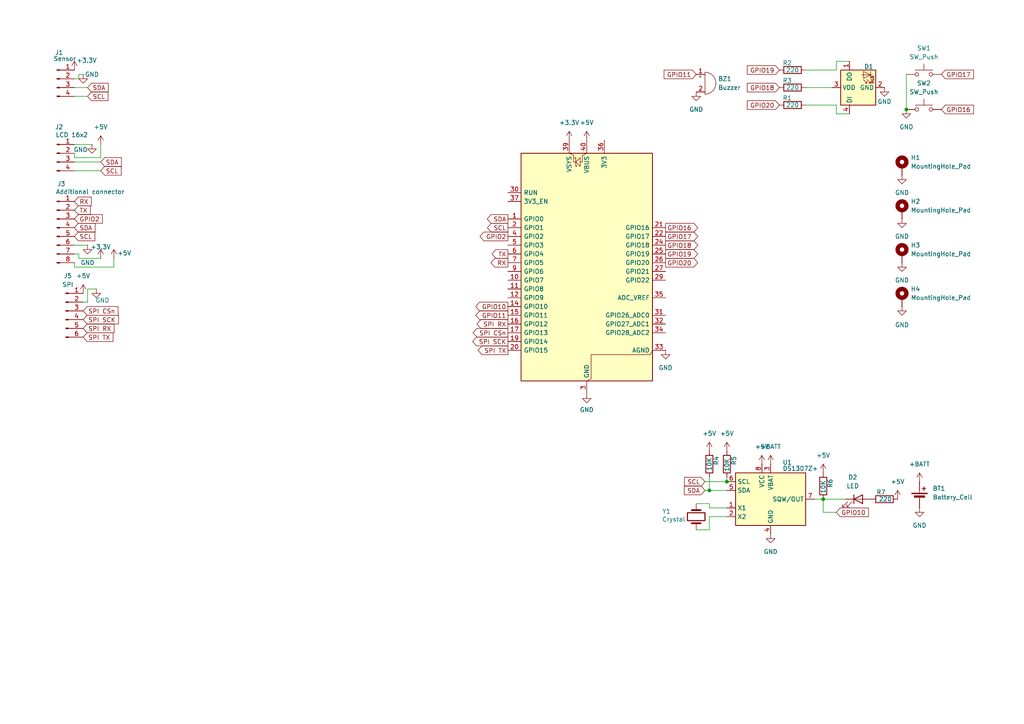
<source format=kicad_sch>
(kicad_sch (version 20250114) (generator "eeschema") (generator_version "9.0")
  (paper "A4")
  (lib_symbols
    (symbol "Connector:Conn_01x04_Pin" (pin_names (offset 1.016) (hide yes))
      (property "Reference" "J" (at 0 5.08 0))
      (property "Value" "Conn_01x04_Pin" (at 0 -7.62 0))
      (symbol "Conn_01x04_Pin_1_1"
        (rectangle (start 0.8636 2.667) (end 0 2.413) (stroke (width 0.1524)) (fill (type outline)))
        (rectangle (start 0.8636 0.127) (end 0 -0.127) (stroke (width 0.1524)) (fill (type outline)))
        (rectangle (start 0.8636 -2.413) (end 0 -2.667) (stroke (width 0.1524)) (fill (type outline)))
        (rectangle (start 0.8636 -4.953) (end 0 -5.207) (stroke (width 0.1524)) (fill (type outline)))
        (polyline (pts (xy 1.27 2.54) (xy 0.8636 2.54)) (stroke (width 0.1524)))
        (polyline (pts (xy 1.27 0) (xy 0.8636 0)) (stroke (width 0.1524)))
        (polyline (pts (xy 1.27 -2.54) (xy 0.8636 -2.54)) (stroke (width 0.1524)))
        (polyline (pts (xy 1.27 -5.08) (xy 0.8636 -5.08)) (stroke (width 0.1524)))
        (pin passive line (at 5.08 2.54 180) (length 3.81) (name "Pin_1") (number "1"))
        (pin passive line (at 5.08 0 180) (length 3.81) (name "Pin_2") (number "2"))
        (pin passive line (at 5.08 -2.54 180) (length 3.81) (name "Pin_3") (number "3"))
        (pin passive line (at 5.08 -5.08 180) (length 3.81) (name "Pin_4") (number "4"))
      )
    )
    (symbol "Connector:Conn_01x06_Pin" (pin_names (offset 1.016) (hide yes))
      (property "Reference" "J" (at 0 7.62 0))
      (property "Value" "Conn_01x06_Pin" (at 0 -10.16 0))
      (symbol "Conn_01x06_Pin_1_1"
        (rectangle (start 0.8636 5.207) (end 0 4.953) (stroke (width 0.1524)) (fill (type outline)))
        (rectangle (start 0.8636 2.667) (end 0 2.413) (stroke (width 0.1524)) (fill (type outline)))
        (rectangle (start 0.8636 0.127) (end 0 -0.127) (stroke (width 0.1524)) (fill (type outline)))
        (rectangle (start 0.8636 -2.413) (end 0 -2.667) (stroke (width 0.1524)) (fill (type outline)))
        (rectangle (start 0.8636 -4.953) (end 0 -5.207) (stroke (width 0.1524)) (fill (type outline)))
        (rectangle (start 0.8636 -7.493) (end 0 -7.747) (stroke (width 0.1524)) (fill (type outline)))
        (polyline (pts (xy 1.27 5.08) (xy 0.8636 5.08)) (stroke (width 0.1524)))
        (polyline (pts (xy 1.27 2.54) (xy 0.8636 2.54)) (stroke (width 0.1524)))
        (polyline (pts (xy 1.27 0) (xy 0.8636 0)) (stroke (width 0.1524)))
        (polyline (pts (xy 1.27 -2.54) (xy 0.8636 -2.54)) (stroke (width 0.1524)))
        (polyline (pts (xy 1.27 -5.08) (xy 0.8636 -5.08)) (stroke (width 0.1524)))
        (polyline (pts (xy 1.27 -7.62) (xy 0.8636 -7.62)) (stroke (width 0.1524)))
        (pin passive line (at 5.08 5.08 180) (length 3.81) (name "Pin_1") (number "1"))
        (pin passive line (at 5.08 2.54 180) (length 3.81) (name "Pin_2") (number "2"))
        (pin passive line (at 5.08 0 180) (length 3.81) (name "Pin_3") (number "3"))
        (pin passive line (at 5.08 -2.54 180) (length 3.81) (name "Pin_4") (number "4"))
        (pin passive line (at 5.08 -5.08 180) (length 3.81) (name "Pin_5") (number "5"))
        (pin passive line (at 5.08 -7.62 180) (length 3.81) (name "Pin_6") (number "6"))
      )
    )
    (symbol "Connector:Conn_01x08_Pin" (pin_names (offset 1.016) (hide yes))
      (property "Reference" "J" (at 0 10.16 0))
      (property "Value" "Conn_01x08_Pin" (at 0 -12.7 0))
      (symbol "Conn_01x08_Pin_1_1"
        (rectangle (start 0.8636 7.747) (end 0 7.493) (stroke (width 0.1524)) (fill (type outline)))
        (rectangle (start 0.8636 5.207) (end 0 4.953) (stroke (width 0.1524)) (fill (type outline)))
        (rectangle (start 0.8636 2.667) (end 0 2.413) (stroke (width 0.1524)) (fill (type outline)))
        (rectangle (start 0.8636 0.127) (end 0 -0.127) (stroke (width 0.1524)) (fill (type outline)))
        (rectangle (start 0.8636 -2.413) (end 0 -2.667) (stroke (width 0.1524)) (fill (type outline)))
        (rectangle (start 0.8636 -4.953) (end 0 -5.207) (stroke (width 0.1524)) (fill (type outline)))
        (rectangle (start 0.8636 -7.493) (end 0 -7.747) (stroke (width 0.1524)) (fill (type outline)))
        (rectangle (start 0.8636 -10.033) (end 0 -10.287) (stroke (width 0.1524)) (fill (type outline)))
        (polyline (pts (xy 1.27 7.62) (xy 0.8636 7.62)) (stroke (width 0.1524)))
        (polyline (pts (xy 1.27 5.08) (xy 0.8636 5.08)) (stroke (width 0.1524)))
        (polyline (pts (xy 1.27 2.54) (xy 0.8636 2.54)) (stroke (width 0.1524)))
        (polyline (pts (xy 1.27 0) (xy 0.8636 0)) (stroke (width 0.1524)))
        (polyline (pts (xy 1.27 -2.54) (xy 0.8636 -2.54)) (stroke (width 0.1524)))
        (polyline (pts (xy 1.27 -5.08) (xy 0.8636 -5.08)) (stroke (width 0.1524)))
        (polyline (pts (xy 1.27 -7.62) (xy 0.8636 -7.62)) (stroke (width 0.1524)))
        (polyline (pts (xy 1.27 -10.16) (xy 0.8636 -10.16)) (stroke (width 0.1524)))
        (pin passive line (at 5.08 7.62 180) (length 3.81) (name "Pin_1") (number "1"))
        (pin passive line (at 5.08 5.08 180) (length 3.81) (name "Pin_2") (number "2"))
        (pin passive line (at 5.08 2.54 180) (length 3.81) (name "Pin_3") (number "3"))
        (pin passive line (at 5.08 0 180) (length 3.81) (name "Pin_4") (number "4"))
        (pin passive line (at 5.08 -2.54 180) (length 3.81) (name "Pin_5") (number "5"))
        (pin passive line (at 5.08 -5.08 180) (length 3.81) (name "Pin_6") (number "6"))
        (pin passive line (at 5.08 -7.62 180) (length 3.81) (name "Pin_7") (number "7"))
        (pin passive line (at 5.08 -10.16 180) (length 3.81) (name "Pin_8") (number "8"))
      )
    )
    (symbol "Device:Battery_Cell" (pin_numbers (hide yes)) (pin_names (offset 0) (hide yes))
      (property "Reference" "BT" (at 2.54 2.54 0))
      (property "Value" "Battery_Cell" (at 2.54 0 0))
      (symbol "Battery_Cell_0_1"
        (rectangle (start -2.286 1.778) (end 2.286 1.524) (fill (type outline)))
        (rectangle (start -1.524 1.016) (end 1.524 0.508) (fill (type outline)))
        (polyline (pts (xy 0 1.778) (xy 0 2.54)))
        (polyline (pts (xy 0 0.762) (xy 0 0)))
        (polyline (pts (xy 0.762 3.048) (xy 1.778 3.048)) (stroke (width 0.254)))
        (polyline (pts (xy 1.27 3.556) (xy 1.27 2.54)) (stroke (width 0.254)))
      )
      (symbol "Battery_Cell_1_1"
        (pin passive line (at 0 5.08 270) (length 2.54) (name "+") (number "1"))
        (pin passive line (at 0 -2.54 90) (length 2.54) (name "-") (number "2"))
      )
    )
    (symbol "Device:Buzzer" (pin_names (offset 0.0254) (hide yes))
      (property "Reference" "BZ" (at 3.81 1.27 0))
      (property "Value" "Buzzer" (at 3.81 -1.27 0))
      (symbol "Buzzer_0_1"
        (polyline (pts (xy -1.651 1.905) (xy -1.143 1.905)))
        (polyline (pts (xy -1.397 2.159) (xy -1.397 1.651)))
        (arc (start 0 3.175) (mid 3.1612 0) (end 0 -3.175))
        (polyline (pts (xy 0 3.175) (xy 0 -3.175)))
      )
      (symbol "Buzzer_1_1"
        (pin passive line (at -2.54 2.54 0) (length 2.54) (name "+") (number "1"))
        (pin passive line (at -2.54 -2.54 0) (length 2.54) (name "-") (number "2"))
      )
    )
    (symbol "Device:Crystal" (pin_numbers (hide yes)) (pin_names (offset 1.016) (hide yes))
      (property "Reference" "Y" (at 0 3.81 0))
      (property "Value" "Crystal" (at 0 -3.81 0))
      (symbol "Crystal_0_1"
        (polyline (pts (xy -2.54 0) (xy -1.905 0)))
        (polyline (pts (xy -1.905 -1.27) (xy -1.905 1.27)) (stroke (width 0.508)))
        (rectangle (start -1.143 2.54) (end 1.143 -2.54) (stroke (width 0.3048)))
        (polyline (pts (xy 1.905 -1.27) (xy 1.905 1.27)) (stroke (width 0.508)))
        (polyline (pts (xy 2.54 0) (xy 1.905 0)))
      )
      (symbol "Crystal_1_1"
        (pin passive line (at -3.81 0 0) (length 1.27) (name "1") (number "1"))
        (pin passive line (at 3.81 0 180) (length 1.27) (name "2") (number "2"))
      )
    )
    (symbol "Device:LED" (pin_numbers (hide yes)) (pin_names (offset 1.016) (hide yes))
      (property "Reference" "D" (at 0 2.54 0))
      (property "Value" "LED" (at 0 -2.54 0))
      (symbol "LED_0_1"
        (polyline (pts (xy -3.048 -0.762) (xy -4.572 -2.286) (xy -3.81 -2.286) (xy -4.572 -2.286) (xy -4.572 -1.524)))
        (polyline (pts (xy -1.778 -0.762) (xy -3.302 -2.286) (xy -2.54 -2.286) (xy -3.302 -2.286) (xy -3.302 -1.524)))
        (polyline (pts (xy -1.27 0) (xy 1.27 0)))
        (polyline (pts (xy -1.27 -1.27) (xy -1.27 1.27)) (stroke (width 0.254)))
        (polyline (pts (xy 1.27 -1.27) (xy 1.27 1.27) (xy -1.27 0) (xy 1.27 -1.27)) (stroke (width 0.254)))
      )
      (symbol "LED_1_1"
        (pin passive line (at -3.81 0 0) (length 2.54) (name "K") (number "1"))
        (pin passive line (at 3.81 0 180) (length 2.54) (name "A") (number "2"))
      )
    )
    (symbol "Device:R" (pin_numbers (hide yes)) (pin_names (offset 0))
      (property "Reference" "R" (at 2.032 0 90))
      (property "Value" "R" (at 0 0 90))
      (symbol "R_0_1"
        (rectangle (start -1.016 -2.54) (end 1.016 2.54) (stroke (width 0.254)))
      )
      (symbol "R_1_1"
        (pin passive line (at 0 3.81 270) (length 1.27) (name "~") (number "1"))
        (pin passive line (at 0 -3.81 90) (length 1.27) (name "~") (number "2"))
      )
    )
    (symbol "LED:APA-106-F5"
      (property "Reference" "D" (at 5.08 5.715 0))
      (property "Value" "APA-106-F5" (at 1.27 -5.715 0))
      (symbol "APA-106-F5_0_0"
        (text "RGB" (at 2.286 -4.191 0) (effects (font (size 0.762 0.762))))
      )
      (symbol "APA-106-F5_0_1"
        (polyline (pts (xy 1.27 -2.54) (xy 1.778 -2.54)))
        (polyline (pts (xy 1.27 -3.556) (xy 1.778 -3.556)))
        (polyline (pts (xy 2.286 -1.524) (xy 1.27 -2.54) (xy 1.27 -2.032)))
        (polyline (pts (xy 2.286 -2.54) (xy 1.27 -3.556) (xy 1.27 -3.048)))
        (polyline (pts (xy 3.683 -1.016) (xy 3.683 -3.556) (xy 3.683 -4.064)))
        (polyline (pts (xy 4.699 -1.524) (xy 2.667 -1.524) (xy 3.683 -3.556) (xy 4.699 -1.524)))
        (polyline (pts (xy 4.699 -3.556) (xy 2.667 -3.556)))
        (rectangle (start 5.08 5.08) (end -5.08 -5.08) (stroke (width 0.254)) (fill (type background)))
      )
      (symbol "APA-106-F5_1_1"
        (pin input line (at -7.62 2.54 0) (length 2.54) (name "DI") (number "4"))
        (pin power_in line (at 0 7.62 270) (length 2.54) (name "VDD") (number "3"))
        (pin power_in line (at 0 -7.62 90) (length 2.54) (name "GND") (number "2"))
        (pin output line (at 7.62 2.54 180) (length 2.54) (name "DO") (number "1"))
      )
    )
    (symbol "MCU_Module:RaspberryPi_Pico" (pin_names (offset 0.762))
      (property "Reference" "A" (at -19.05 35.56 0))
      (property "Value" "RaspberryPi_Pico" (at 7.62 35.56 0))
      (symbol "RaspberryPi_Pico_0_1"
        (rectangle (start -19.05 34.29) (end 19.05 -31.75) (stroke (width 0.254)) (fill (type background)))
        (polyline (pts (xy -5.08 34.29) (xy -3.81 33.655) (xy -3.81 31.75) (xy -3.175 31.75)))
        (polyline (pts (xy -3.429 32.766) (xy -3.429 33.02) (xy -3.175 33.02) (xy -3.175 30.48) (xy -2.921 30.48) (xy -2.921 30.734)))
        (polyline (pts (xy -3.175 31.75) (xy -1.905 33.02) (xy -1.905 30.48) (xy -3.175 31.75)))
        (polyline (pts (xy 0 34.29) (xy -1.27 33.655) (xy -1.27 31.75) (xy -1.905 31.75)))
        (polyline (pts (xy 0 -31.75) (xy 1.27 -31.115) (xy 1.27 -24.13) (xy 18.415 -24.13) (xy 19.05 -22.86)))
      )
      (symbol "RaspberryPi_Pico_1_1"
        (pin passive line (at -22.86 22.86 0) (length 3.81) (name "RUN") (number "30"))
        (pin passive line (at -22.86 20.32 0) (length 3.81) (name "3V3_EN") (number "37"))
        (pin bidirectional line (at -22.86 15.24 0) (length 3.81) (name "GPIO0") (number "1"))
        (pin bidirectional line (at -22.86 12.7 0) (length 3.81) (name "GPIO1") (number "2"))
        (pin bidirectional line (at -22.86 10.16 0) (length 3.81) (name "GPIO2") (number "4"))
        (pin bidirectional line (at -22.86 7.62 0) (length 3.81) (name "GPIO3") (number "5"))
        (pin bidirectional line (at -22.86 5.08 0) (length 3.81) (name "GPIO4") (number "6"))
        (pin bidirectional line (at -22.86 2.54 0) (length 3.81) (name "GPIO5") (number "7"))
        (pin bidirectional line (at -22.86 0 0) (length 3.81) (name "GPIO6") (number "9"))
        (pin bidirectional line (at -22.86 -2.54 0) (length 3.81) (name "GPIO7") (number "10"))
        (pin bidirectional line (at -22.86 -5.08 0) (length 3.81) (name "GPIO8") (number "11"))
        (pin bidirectional line (at -22.86 -7.62 0) (length 3.81) (name "GPIO9") (number "12"))
        (pin bidirectional line (at -22.86 -10.16 0) (length 3.81) (name "GPIO10") (number "14"))
        (pin bidirectional line (at -22.86 -12.7 0) (length 3.81) (name "GPIO11") (number "15"))
        (pin bidirectional line (at -22.86 -15.24 0) (length 3.81) (name "GPIO12") (number "16"))
        (pin bidirectional line (at -22.86 -17.78 0) (length 3.81) (name "GPIO13") (number "17"))
        (pin bidirectional line (at -22.86 -20.32 0) (length 3.81) (name "GPIO14") (number "19"))
        (pin bidirectional line (at -22.86 -22.86 0) (length 3.81) (name "GPIO15") (number "20"))
        (pin power_in line (at -5.08 38.1 270) (length 3.81) (name "VSYS") (number "39"))
        (pin power_out line (at 0 38.1 270) (length 3.81) (name "VBUS") (number "40"))
        (pin passive line (at 0 -35.56 90) (length 3.81) (hide yes) (name "GND") (number "13"))
        (pin passive line (at 0 -35.56 90) (length 3.81) (hide yes) (name "GND") (number "18"))
        (pin passive line (at 0 -35.56 90) (length 3.81) (hide yes) (name "GND") (number "23"))
        (pin passive line (at 0 -35.56 90) (length 3.81) (hide yes) (name "GND") (number "28"))
        (pin power_out line (at 0 -35.56 90) (length 3.81) (name "GND") (number "3"))
        (pin passive line (at 0 -35.56 90) (length 3.81) (hide yes) (name "GND") (number "38"))
        (pin passive line (at 0 -35.56 90) (length 3.81) (hide yes) (name "GND") (number "8"))
        (pin power_out line (at 5.08 38.1 270) (length 3.81) (name "3V3") (number "36"))
        (pin bidirectional line (at 22.86 12.7 180) (length 3.81) (name "GPIO16") (number "21"))
        (pin bidirectional line (at 22.86 10.16 180) (length 3.81) (name "GPIO17") (number "22"))
        (pin bidirectional line (at 22.86 7.62 180) (length 3.81) (name "GPIO18") (number "24"))
        (pin bidirectional line (at 22.86 5.08 180) (length 3.81) (name "GPIO19") (number "25"))
        (pin bidirectional line (at 22.86 2.54 180) (length 3.81) (name "GPIO20") (number "26"))
        (pin bidirectional line (at 22.86 0 180) (length 3.81) (name "GPIO21") (number "27"))
        (pin bidirectional line (at 22.86 -2.54 180) (length 3.81) (name "GPIO22") (number "29"))
        (pin power_in line (at 22.86 -7.62 180) (length 3.81) (name "ADC_VREF") (number "35"))
        (pin bidirectional line (at 22.86 -12.7 180) (length 3.81) (name "GPIO26_ADC0") (number "31"))
        (pin bidirectional line (at 22.86 -15.24 180) (length 3.81) (name "GPIO27_ADC1") (number "32"))
        (pin bidirectional line (at 22.86 -17.78 180) (length 3.81) (name "GPIO28_ADC2") (number "34"))
        (pin power_out line (at 22.86 -22.86 180) (length 3.81) (name "AGND") (number "33"))
      )
    )
    (symbol "Mechanical:MountingHole_Pad" (pin_numbers (hide yes)) (pin_names (offset 1.016) (hide yes)) (in_bom no)
      (property "Reference" "H" (at 0 6.35 0))
      (property "Value" "MountingHole_Pad" (at 0 4.445 0))
      (symbol "MountingHole_Pad_0_1"
        (circle (center 0 1.27) (radius 1.27) (stroke (width 1.27)))
      )
      (symbol "MountingHole_Pad_1_1"
        (pin input line (at 0 -2.54 90) (length 2.54) (name "1") (number "1"))
      )
    )
    (symbol "Switch:SW_Push" (pin_numbers (hide yes)) (pin_names (offset 1.016) (hide yes))
      (property "Reference" "SW" (at 1.27 2.54 0))
      (property "Value" "SW_Push" (at 0 -1.524 0))
      (symbol "SW_Push_0_1"
        (circle (center -2.032 0) (radius 0.508))
        (polyline (pts (xy 0 1.27) (xy 0 3.048)))
        (circle (center 2.032 0) (radius 0.508))
        (polyline (pts (xy 2.54 1.27) (xy -2.54 1.27)))
        (pin passive line (at -5.08 0 0) (length 2.54) (name "1") (number "1"))
        (pin passive line (at 5.08 0 180) (length 2.54) (name "2") (number "2"))
      )
    )
    (symbol "Timer_RTC:DS1307Z+"
      (property "Reference" "U" (at -8.89 8.89 0))
      (property "Value" "DS1307Z+" (at 1.27 8.89 0))
      (symbol "DS1307Z+_0_1"
        (rectangle (start -10.16 7.62) (end 10.16 -7.62) (stroke (width 0.254)) (fill (type background)))
      )
      (symbol "DS1307Z+_1_1"
        (pin input line (at -12.7 5.08 0) (length 2.54) (name "SCL") (number "6"))
        (pin bidirectional line (at -12.7 2.54 0) (length 2.54) (name "SDA") (number "5"))
        (pin input line (at -12.7 -2.54 0) (length 2.54) (name "X1") (number "1"))
        (pin input line (at -12.7 -5.08 0) (length 2.54) (name "X2") (number "2"))
        (pin power_in line (at -2.54 10.16 270) (length 2.54) (name "VCC") (number "8"))
        (pin power_in line (at 0 10.16 270) (length 2.54) (name "VBAT") (number "3"))
        (pin power_in line (at 0 -10.16 90) (length 2.54) (name "GND") (number "4"))
        (pin open_collector line (at 12.7 0 180) (length 2.54) (name "SQW/OUT") (number "7"))
      )
    )
    (symbol "power:+3.3V" (power) (pin_numbers (hide yes)) (pin_names (offset 0) (hide yes))
      (property "Value" "+3.3V" (at 0 3.556 0))
      (symbol "+3.3V_0_1"
        (polyline (pts (xy -0.762 1.27) (xy 0 2.54)))
        (polyline (pts (xy 0 2.54) (xy 0.762 1.27)))
        (polyline (pts (xy 0 0) (xy 0 2.54)))
      )
      (symbol "+3.3V_1_1"
        (pin power_in line (at 0 0 90) (length 0) (name "~") (number "1"))
      )
    )
    (symbol "power:+5V" (power) (pin_numbers (hide yes)) (pin_names (offset 0) (hide yes))
      (property "Value" "+5V" (at 0 3.556 0))
      (symbol "+5V_0_1"
        (polyline (pts (xy -0.762 1.27) (xy 0 2.54)))
        (polyline (pts (xy 0 2.54) (xy 0.762 1.27)))
        (polyline (pts (xy 0 0) (xy 0 2.54)))
      )
      (symbol "+5V_1_1"
        (pin power_in line (at 0 0 90) (length 0) (name "~") (number "1"))
      )
    )
    (symbol "power:+BATT" (power) (pin_numbers (hide yes)) (pin_names (offset 0) (hide yes))
      (property "Value" "+BATT" (at 0 3.556 0))
      (symbol "+BATT_0_1"
        (polyline (pts (xy -0.762 1.27) (xy 0 2.54)))
        (polyline (pts (xy 0 2.54) (xy 0.762 1.27)))
        (polyline (pts (xy 0 0) (xy 0 2.54)))
      )
      (symbol "+BATT_1_1"
        (pin power_in line (at 0 0 90) (length 0) (name "~") (number "1"))
      )
    )
    (symbol "power:GND" (power) (pin_numbers (hide yes)) (pin_names (offset 0) (hide yes))
      (property "Value" "GND" (at 0 -3.81 0))
      (symbol "GND_0_1"
        (polyline (pts (xy 0 0) (xy 0 -1.27) (xy 1.27 -1.27) (xy 0 -2.54) (xy -1.27 -1.27) (xy 0 -1.27)))
      )
      (symbol "GND_1_1"
        (pin power_in line (at 0 0 270) (length 0) (name "~") (number "1"))
      )
    )
  )
  (junction (at 262.89 31.75))
  (junction (at 210.82 139.7))
  (junction (at 238.76 144.78))
  (junction (at 205.74 142.24))
  (wire (pts (xy 205.74 142.24) (xy 205.74 138.43)))
  (wire (pts (xy 29.21 41.91) (xy 29.21 45.72)))
  (wire (pts (xy 262.89 21.59) (xy 262.89 31.75)))
  (wire (pts (xy 22.86 21.59) (xy 22.86 22.86)))
  (wire (pts (xy 242.57 30.48) (xy 242.57 33.02)))
  (wire (pts (xy 21.59 73.66) (xy 22.86 73.66)))
  (wire (pts (xy 22.86 21.59) (xy 24.13 21.59)))
  (wire (pts (xy 25.4 87.63) (xy 25.4 83.82)))
  (wire (pts (xy 22.86 74.93) (xy 22.86 73.66)))
  (wire (pts (xy 201.93 146.05) (xy 205.74 146.05)))
  (wire (pts (xy 242.57 17.78) (xy 246.38 17.78)))
  (wire (pts (xy 21.59 45.72) (xy 21.59 44.45)))
  (wire (pts (xy 233.68 25.4) (xy 241.3 25.4)))
  (wire (pts (xy 204.47 139.7) (xy 210.82 139.7)))
  (wire (pts (xy 205.74 142.24) (xy 210.82 142.24)))
  (wire (pts (xy 238.76 144.78) (xy 238.76 148.59)))
  (wire (pts (xy 205.74 153.67) (xy 205.74 149.86)))
  (wire (pts (xy 21.59 46.99) (xy 29.21 46.99)))
  (wire (pts (xy 21.59 71.12) (xy 25.4 71.12)))
  (wire (pts (xy 238.76 144.78) (xy 245.11 144.78)))
  (wire (pts (xy 21.59 49.53) (xy 29.21 49.53)))
  (wire (pts (xy 201.93 153.67) (xy 205.74 153.67)))
  (wire (pts (xy 21.59 25.4) (xy 25.4 25.4)))
  (wire (pts (xy 29.21 74.93) (xy 22.86 74.93)))
  (wire (pts (xy 236.22 144.78) (xy 238.76 144.78)))
  (wire (pts (xy 204.47 142.24) (xy 205.74 142.24)))
  (wire (pts (xy 233.68 20.32) (xy 242.57 20.32)))
  (wire (pts (xy 21.59 45.72) (xy 29.21 45.72)))
  (wire (pts (xy 25.4 83.82) (xy 27.94 83.82)))
  (wire (pts (xy 210.82 147.32) (xy 205.74 147.32)))
  (wire (pts (xy 21.59 77.47) (xy 21.59 76.2)))
  (wire (pts (xy 205.74 149.86) (xy 210.82 149.86)))
  (wire (pts (xy 33.02 74.93) (xy 33.02 77.47)))
  (wire (pts (xy 233.68 30.48) (xy 242.57 30.48)))
  (wire (pts (xy 205.74 147.32) (xy 205.74 146.05)))
  (wire (pts (xy 242.57 20.32) (xy 242.57 17.78)))
  (wire (pts (xy 33.02 77.47) (xy 21.59 77.47)))
  (wire (pts (xy 24.13 87.63) (xy 25.4 87.63)))
  (wire (pts (xy 242.57 33.02) (xy 246.38 33.02)))
  (wire (pts (xy 21.59 27.94) (xy 25.4 27.94)))
  (wire (pts (xy 238.76 148.59) (xy 242.57 148.59)))
  (wire (pts (xy 210.82 138.43) (xy 210.82 139.7)))
  (wire (pts (xy 21.59 41.91) (xy 26.67 41.91)))
  (wire (pts (xy 22.86 22.86) (xy 21.59 22.86)))
  (global_label "TX" (shape output) (at 147.32 73.66 180) (property "Intersheetrefs" "${INTERSHEET_REFS}" (effects (hide yes))))
  (global_label "SPI SCK" (shape input) (at 24.13 92.71 0) (property "Intersheetrefs" "${INTERSHEET_REFS}" (effects (hide yes))))
  (global_label "GPIO16" (shape input) (at 273.05 31.75 0) (property "Intersheetrefs" "${INTERSHEET_REFS}" (effects (hide yes))))
  (global_label "SCL" (shape input) (at 21.59 68.58 0) (property "Intersheetrefs" "${INTERSHEET_REFS}" (effects (hide yes))))
  (global_label "SDA" (shape input) (at 21.59 66.04 0) (property "Intersheetrefs" "${INTERSHEET_REFS}" (effects (hide yes))))
  (global_label "GPIO19" (shape output) (at 193.04 73.66 0) (property "Intersheetrefs" "${INTERSHEET_REFS}" (effects (hide yes))))
  (global_label "TX" (shape input) (at 21.59 60.96 0) (property "Intersheetrefs" "${INTERSHEET_REFS}" (effects (hide yes))))
  (global_label "SCL" (shape output) (at 147.32 66.04 180) (property "Intersheetrefs" "${INTERSHEET_REFS}" (effects (hide yes))))
  (global_label "SPI RX" (shape output) (at 147.32 93.98 180) (property "Intersheetrefs" "${INTERSHEET_REFS}" (effects (hide yes))))
  (global_label "SCL" (shape input) (at 204.47 139.7 180) (property "Intersheetrefs" "${INTERSHEET_REFS}" (effects (hide yes))))
  (global_label "SPI TX" (shape input) (at 24.13 97.79 0) (property "Intersheetrefs" "${INTERSHEET_REFS}" (effects (hide yes))))
  (global_label "SPI CSn" (shape output) (at 147.32 96.52 180) (property "Intersheetrefs" "${INTERSHEET_REFS}" (effects (hide yes))))
  (global_label "SDA" (shape output) (at 147.32 63.5 180) (property "Intersheetrefs" "${INTERSHEET_REFS}" (effects (hide yes))))
  (global_label "SCL" (shape input) (at 29.21 49.53 0) (property "Intersheetrefs" "${INTERSHEET_REFS}" (effects (hide yes))))
  (global_label "SCL" (shape input) (at 25.4 27.94 0) (property "Intersheetrefs" "${INTERSHEET_REFS}" (effects (hide yes))))
  (global_label "SPI CSn" (shape input) (at 24.13 90.17 0) (property "Intersheetrefs" "${INTERSHEET_REFS}" (effects (hide yes))))
  (global_label "SPI TX" (shape output) (at 147.32 101.6 180) (property "Intersheetrefs" "${INTERSHEET_REFS}" (effects (hide yes))))
  (global_label "GPIO19" (shape input) (at 226.06 20.32 180) (property "Intersheetrefs" "${INTERSHEET_REFS}" (effects (hide yes))))
  (global_label "GPIO11" (shape output) (at 147.32 91.44 180) (property "Intersheetrefs" "${INTERSHEET_REFS}" (effects (hide yes))))
  (global_label "GPIO10" (shape input) (at 242.57 148.59 0) (property "Intersheetrefs" "${INTERSHEET_REFS}" (effects (hide yes))))
  (global_label "GPIO2" (shape input) (at 21.59 63.5 0) (property "Intersheetrefs" "${INTERSHEET_REFS}" (effects (hide yes))))
  (global_label "GPIO18" (shape output) (at 193.04 71.12 0) (property "Intersheetrefs" "${INTERSHEET_REFS}" (effects (hide yes))))
  (global_label "GPIO20" (shape output) (at 193.04 76.2 0) (property "Intersheetrefs" "${INTERSHEET_REFS}" (effects (hide yes))))
  (global_label "SPI RX" (shape input) (at 24.13 95.25 0) (property "Intersheetrefs" "${INTERSHEET_REFS}" (effects (hide yes))))
  (global_label "GPIO20" (shape input) (at 226.06 30.48 180) (property "Intersheetrefs" "${INTERSHEET_REFS}" (effects (hide yes))))
  (global_label "GPIO2" (shape output) (at 147.32 68.58 180) (property "Intersheetrefs" "${INTERSHEET_REFS}" (effects (hide yes))))
  (global_label "GPIO16" (shape output) (at 193.04 66.04 0) (property "Intersheetrefs" "${INTERSHEET_REFS}" (effects (hide yes))))
  (global_label "SDA" (shape input) (at 204.47 142.24 180) (property "Intersheetrefs" "${INTERSHEET_REFS}" (effects (hide yes))))
  (global_label "SDA" (shape input) (at 25.4 25.4 0) (property "Intersheetrefs" "${INTERSHEET_REFS}" (effects (hide yes))))
  (global_label "SDA" (shape input) (at 29.21 46.99 0) (property "Intersheetrefs" "${INTERSHEET_REFS}" (effects (hide yes))))
  (global_label "GPIO18" (shape input) (at 226.06 25.4 180) (property "Intersheetrefs" "${INTERSHEET_REFS}" (effects (hide yes))))
  (global_label "GPIO11" (shape input) (at 201.93 21.59 180) (property "Intersheetrefs" "${INTERSHEET_REFS}" (effects (hide yes))))
  (global_label "RX" (shape input) (at 21.59 58.42 0) (property "Intersheetrefs" "${INTERSHEET_REFS}" (effects (hide yes))))
  (global_label "RX" (shape output) (at 147.32 76.2 180) (property "Intersheetrefs" "${INTERSHEET_REFS}" (effects (hide yes))))
  (global_label "GPIO17" (shape output) (at 193.04 68.58 0) (property "Intersheetrefs" "${INTERSHEET_REFS}" (effects (hide yes))))
  (global_label "SPI SCK" (shape output) (at 147.32 99.06 180) (property "Intersheetrefs" "${INTERSHEET_REFS}" (effects (hide yes))))
  (global_label "GPIO17" (shape input) (at 273.05 21.59 0) (property "Intersheetrefs" "${INTERSHEET_REFS}" (effects (hide yes))))
  (global_label "GPIO10" (shape output) (at 147.32 88.9 180) (property "Intersheetrefs" "${INTERSHEET_REFS}" (effects (hide yes))))
  (symbol (lib_id "Device:Buzzer") (at 204.47 24.13 0) (unit 1)
    (property "Reference" "BZ1" (at 208.28 22.8599 0) (effects (justify left)))
    (property "Value" "Buzzer" (at 208.28 25.3999 0) (effects (justify left)))
    (property "Footprint" "Buzzer_Beeper:Buzzer_12x9.5RM7.6" (effects (hide yes)))
    (property "Description" "Buzzer, polarized" (effects (hide yes)))
  )
  (symbol (lib_id "MCU_Module:RaspberryPi_Pico") (at 170.18 78.74 0) (unit 1)
    (property "Reference" "A1" (effects (hide yes)))
    (property "Value" "RaspberryPi_Pico" (effects (hide yes)))
    (property "Footprint" "Module:RaspberryPi_Pico_Common_THT" (effects (hide yes)))
    (property "Datasheet" "https://datasheets.raspberrypi.com/pico/pico-datasheet.pdf" (effects (hide yes)))
    (property "Description" "Versatile and inexpensive microcontroller module powered by RP2040 dual-core Arm Cortex-M0+ processor up to 133 MHz, 264kB SRAM, 2MB QSPI flash; also supports Raspberry Pi Pico 2" (effects (hide yes)))
  )
  (symbol (lib_id "Mechanical:MountingHole_Pad") (at 261.62 73.66 0) (unit 1) (in_bom no)
    (property "Reference" "H3" (at 264.16 71.1199 0) (effects (justify left)))
    (property "Value" "MountingHole_Pad" (at 264.16 73.6599 0) (effects (justify left)))
    (property "Footprint" "MountingHole:MountingHole_3.2mm_M3_DIN965_Pad" (effects (hide yes)))
    (property "Description" "Mounting Hole with connection" (effects (hide yes)))
  )
  (symbol (lib_id "Connector:Conn_01x08_Pin") (at 16.51 66.04 0) (unit 1)
    (property "Reference" "J3" (at 17.78 53.34 0))
    (property "Value" "Additional connector" (at 26.162 55.626 0))
    (property "Footprint" "Connector_PinHeader_2.54mm:PinHeader_1x08_P2.54mm_Horizontal" (effects (hide yes)))
    (property "Description" "Generic connector, single row, 01x08, script generated" (effects (hide yes)))
  )
  (symbol (lib_id "power:GND") (at 261.62 63.5 0) (unit 1)
    (property "Reference" "#PWR09" (effects (hide yes)))
    (property "Value" "GND" (at 261.62 68.58 0))
    (property "Description" "Power symbol creates a global label with name \"GND\" , ground" (effects (hide yes)))
  )
  (symbol (lib_id "power:GND") (at 262.89 31.75 0) (unit 1)
    (property "Reference" "#PWR021" (effects (hide yes)))
    (property "Value" "GND" (at 262.89 36.83 0))
    (property "Description" "Power symbol creates a global label with name \"GND\" , ground" (effects (hide yes)))
  )
  (symbol (lib_id "Device:R") (at 229.87 20.32 270) (unit 1)
    (property "Reference" "R2" (at 228.346 18.288 90))
    (property "Value" "220" (at 229.87 20.32 90))
    (property "Footprint" "Resistor_SMD:R_0805_2012Metric" (effects (hide yes)))
    (property "Description" "Resistor" (effects (hide yes)))
  )
  (symbol (lib_id "Mechanical:MountingHole_Pad") (at 261.62 48.26 0) (unit 1) (in_bom no)
    (property "Reference" "H1" (at 264.16 45.7199 0) (effects (justify left)))
    (property "Value" "MountingHole_Pad" (at 264.16 48.2599 0) (effects (justify left)))
    (property "Footprint" "MountingHole:MountingHole_3.2mm_M3_DIN965_Pad" (effects (hide yes)))
    (property "Description" "Mounting Hole with connection" (effects (hide yes)))
  )
  (symbol (lib_id "power:+5V") (at 170.18 40.64 0) (unit 1)
    (property "Reference" "#PWR04" (effects (hide yes)))
    (property "Value" "+5V" (at 170.18 35.56 0))
    (property "Description" "Power symbol creates a global label with name \"+5V\"" (effects (hide yes)))
  )
  (symbol (lib_id "power:GND") (at 27.94 83.82 0) (unit 1)
    (property "Reference" "#PWR028" (effects (hide yes)))
    (property "Value" "GND" (at 29.718 87.122 0))
    (property "Description" "Power symbol creates a global label with name \"GND\" , ground" (effects (hide yes)))
  )
  (symbol (lib_id "power:+5V") (at 220.98 134.62 0) (unit 1)
    (property "Reference" "#PWR024" (effects (hide yes)))
    (property "Value" "+5V" (at 220.98 129.54 0))
    (property "Description" "Power symbol creates a global label with name \"+5V\"" (effects (hide yes)))
  )
  (symbol (lib_id "power:GND") (at 261.62 76.2 0) (unit 1)
    (property "Reference" "#PWR08" (effects (hide yes)))
    (property "Value" "GND" (at 261.62 81.28 0))
    (property "Description" "Power symbol creates a global label with name \"GND\" , ground" (effects (hide yes)))
  )
  (symbol (lib_id "Connector:Conn_01x04_Pin") (at 16.51 44.45 0) (unit 1)
    (property "Reference" "J2" (at 17.145 36.83 0))
    (property "Value" "LCD 16x2" (at 20.828 39.116 0))
    (property "Footprint" "Connector_PinHeader_2.54mm:PinHeader_1x04_P2.54mm_Vertical" (effects (hide yes)))
    (property "Description" "Generic connector, single row, 01x04, script generated" (effects (hide yes)))
  )
  (symbol (lib_id "Device:R") (at 238.76 140.97 0) (unit 1)
    (property "Reference" "R6" (at 240.792 140.208 90))
    (property "Value" "10K" (at 238.76 141.224 90))
    (property "Footprint" "Resistor_SMD:R_0805_2012Metric" (effects (hide yes)))
    (property "Description" "Resistor" (effects (hide yes)))
  )
  (symbol (lib_id "Device:R") (at 210.82 134.62 0) (unit 1)
    (property "Reference" "R5" (at 212.852 133.604 90))
    (property "Value" "10K" (at 210.82 134.874 90))
    (property "Footprint" "Resistor_SMD:R_0805_2012Metric" (effects (hide yes)))
    (property "Description" "Resistor" (effects (hide yes)))
  )
  (symbol (lib_id "power:+3.3V") (at 29.21 74.93 0) (unit 1)
    (property "Reference" "#PWR022" (effects (hide yes)))
    (property "Value" "+3.3V" (at 29.21 71.628 0))
    (property "Description" "Power symbol creates a global label with name \"+3.3V\"" (effects (hide yes)))
  )
  (symbol (lib_id "Mechanical:MountingHole_Pad") (at 261.62 60.96 0) (unit 1) (in_bom no)
    (property "Reference" "H2" (at 264.16 58.4199 0) (effects (justify left)))
    (property "Value" "MountingHole_Pad" (at 264.16 60.9599 0) (effects (justify left)))
    (property "Footprint" "MountingHole:MountingHole_3.2mm_M3_DIN965_Pad" (effects (hide yes)))
    (property "Description" "Mounting Hole with connection" (effects (hide yes)))
  )
  (symbol (lib_id "power:+5V") (at 238.76 137.16 0) (unit 1)
    (property "Reference" "#PWR015" (effects (hide yes)))
    (property "Value" "+5V" (at 238.76 132.08 0))
    (property "Description" "Power symbol creates a global label with name \"+5V\"" (effects (hide yes)))
  )
  (symbol (lib_id "Device:R") (at 256.54 144.78 90) (unit 1)
    (property "Reference" "R7" (at 255.524 142.748 90))
    (property "Value" "220" (at 256.794 144.78 90))
    (property "Footprint" "Resistor_SMD:R_0805_2012Metric" (effects (hide yes)))
    (property "Description" "Resistor" (effects (hide yes)))
  )
  (symbol (lib_id "Device:Battery_Cell") (at 266.7 144.78 0) (unit 1)
    (property "Reference" "BT1" (at 270.51 141.6684 0) (effects (justify left)))
    (property "Value" "Battery_Cell" (at 270.51 144.2084 0) (effects (justify left)))
    (property "Footprint" "Battery:BatteryHolder_Keystone_104_1x23mm" (effects (hide yes)))
    (property "Description" "Single-cell battery" (effects (hide yes)))
  )
  (symbol (lib_id "Mechanical:MountingHole_Pad") (at 261.62 86.36 0) (unit 1) (in_bom no)
    (property "Reference" "H4" (at 264.16 83.8199 0) (effects (justify left)))
    (property "Value" "MountingHole_Pad" (at 264.16 86.3599 0) (effects (justify left)))
    (property "Footprint" "MountingHole:MountingHole_3.2mm_M3_DIN965_Pad" (effects (hide yes)))
    (property "Description" "Mounting Hole with connection" (effects (hide yes)))
  )
  (symbol (lib_id "power:GND") (at 261.62 50.8 0) (unit 1)
    (property "Reference" "#PWR06" (effects (hide yes)))
    (property "Value" "GND" (at 261.62 55.88 0))
    (property "Description" "Power symbol creates a global label with name \"GND\" , ground" (effects (hide yes)))
  )
  (symbol (lib_id "Device:R") (at 229.87 25.4 270) (unit 1)
    (property "Reference" "R3" (at 228.346 23.368 90))
    (property "Value" "220" (at 229.87 25.4 90))
    (property "Footprint" "Resistor_SMD:R_0805_2012Metric" (effects (hide yes)))
    (property "Description" "Resistor" (effects (hide yes)))
  )
  (symbol (lib_id "power:GND") (at 25.4 71.12 0) (unit 1)
    (property "Reference" "#PWR012" (effects (hide yes)))
    (property "Value" "GND" (at 25.4 76.2 0))
    (property "Description" "Power symbol creates a global label with name \"GND\" , ground" (effects (hide yes)))
  )
  (symbol (lib_id "Device:R") (at 205.74 134.62 0) (unit 1)
    (property "Reference" "R4" (at 207.772 133.604 90))
    (property "Value" "10K" (at 205.74 134.62 90))
    (property "Footprint" "Resistor_SMD:R_0805_2012Metric" (effects (hide yes)))
    (property "Description" "Resistor" (effects (hide yes)))
  )
  (symbol (lib_id "power:GND") (at 170.18 114.3 0) (unit 1)
    (property "Reference" "#PWR01" (effects (hide yes)))
    (property "Value" "GND" (at 170.18 118.872 0))
    (property "Description" "Power symbol creates a global label with name \"GND\" , ground" (effects (hide yes)))
  )
  (symbol (lib_id "LED:APA-106-F5") (at 248.92 25.4 90) (unit 1)
    (property "Reference" "D1" (at 251.968 19.304 90))
    (property "Value" "APA-106-F5" (effects (hide yes)))
    (property "Footprint" "LED_SMD:LED_Avago_PLCC4_3.2x2.8mm_CW" (effects (hide yes)))
    (property "Datasheet" "https://cdn.sparkfun.com/datasheets/Components/LED/COM-12877.pdf" (effects (hide yes)))
    (property "Description" "RGB LED with integrated controller, 5mm Package" (effects (hide yes)))
  )
  (symbol (lib_id "power:+BATT") (at 266.7 139.7 0) (unit 1)
    (property "Reference" "#PWR018" (effects (hide yes)))
    (property "Value" "+BATT" (at 266.7 134.62 0))
    (property "Description" "Power symbol creates a global label with name \"+BATT\"" (effects (hide yes)))
  )
  (symbol (lib_id "power:GND") (at 201.93 26.67 0) (unit 1)
    (property "Reference" "#PWR05" (effects (hide yes)))
    (property "Value" "GND" (at 201.93 31.75 0))
    (property "Description" "Power symbol creates a global label with name \"GND\" , ground" (effects (hide yes)))
  )
  (symbol (lib_id "power:+5V") (at 210.82 130.81 0) (unit 1)
    (property "Reference" "#PWR011" (effects (hide yes)))
    (property "Value" "+5V" (at 210.82 125.73 0))
    (property "Description" "Power symbol creates a global label with name \"+5V\"" (effects (hide yes)))
  )
  (symbol (lib_id "Device:LED") (at 248.92 144.78 0) (unit 1)
    (property "Reference" "D2" (at 247.3325 138.43 0))
    (property "Value" "LED" (at 247.3325 140.97 0))
    (property "Footprint" "LED_SMD:LED_0805_2012Metric" (effects (hide yes)))
    (property "Description" "Light emitting diode" (effects (hide yes)))
    (property "Sim.Pins" "1=K 2=A" (effects (hide yes)))
  )
  (symbol (lib_id "Switch:SW_Push") (at 267.97 31.75 0) (unit 1)
    (property "Reference" "SW2" (at 267.97 24.13 0))
    (property "Value" "SW_Push" (at 267.97 26.67 0))
    (property "Footprint" "Button_Switch_THT:SW_PUSH_6mm" (effects (hide yes)))
    (property "Description" "Push button switch, generic, two pins" (effects (hide yes)))
  )
  (symbol (lib_id "power:+5V") (at 33.02 74.93 0) (unit 1)
    (property "Reference" "#PWR023" (effects (hide yes)))
    (property "Value" "+5V" (at 36.068 73.406 0))
    (property "Description" "Power symbol creates a global label with name \"+5V\"" (effects (hide yes)))
  )
  (symbol (lib_id "power:GND") (at 24.13 21.59 0) (unit 1)
    (property "Reference" "#PWR014" (effects (hide yes)))
    (property "Value" "GND" (at 26.67 21.59 0))
    (property "Description" "Power symbol creates a global label with name \"GND\" , ground" (effects (hide yes)))
  )
  (symbol (lib_id "Connector:Conn_01x04_Pin") (at 16.51 22.86 0) (unit 1)
    (property "Reference" "J1" (at 17.145 15.24 0))
    (property "Value" "Sensor" (at 18.796 17.018 0))
    (property "Footprint" "Connector_PinHeader_2.54mm:PinHeader_1x04_P2.54mm_Vertical" (effects (hide yes)))
    (property "Description" "Generic connector, single row, 01x04, script generated" (effects (hide yes)))
  )
  (symbol (lib_id "Device:R") (at 229.87 30.48 270) (unit 1)
    (property "Reference" "R1" (at 228.346 28.448 90))
    (property "Value" "220" (at 229.87 30.48 90))
    (property "Footprint" "Resistor_SMD:R_0805_2012Metric" (effects (hide yes)))
    (property "Description" "Resistor" (effects (hide yes)))
  )
  (symbol (lib_id "Timer_RTC:DS1307Z+") (at 223.52 144.78 0) (unit 1)
    (property "Reference" "U1" (at 228.346 134.112 0))
    (property "Value" "DS1307Z+" (at 232.156 135.89 0))
    (property "Footprint" "Package_SO:SOIC-8_3.9x4.9mm_P1.27mm" (effects (hide yes)))
    (property "Datasheet" "https://datasheets.maximintegrated.com/en/ds/DS1307.pdf" (effects (hide yes)))
    (property "Description" "64 x 8, Serial, I2C Real-time clock, 4.5V to 5.5V VCC, 0°C to +70°C, SOIC-8" (effects (hide yes)))
  )
  (symbol (lib_id "power:+3.3V") (at 165.1 40.64 0) (unit 1)
    (property "Reference" "#PWR016" (effects (hide yes)))
    (property "Value" "+3.3V" (at 165.1 35.56 0))
    (property "Description" "Power symbol creates a global label with name \"+3.3V\"" (effects (hide yes)))
  )
  (symbol (lib_id "power:GND") (at 223.52 154.94 0) (unit 1)
    (property "Reference" "#PWR025" (effects (hide yes)))
    (property "Value" "GND" (at 223.52 160.02 0))
    (property "Description" "Power symbol creates a global label with name \"GND\" , ground" (effects (hide yes)))
  )
  (symbol (lib_id "power:+3.3V") (at 21.59 20.32 0) (unit 1)
    (property "Reference" "#PWR020" (effects (hide yes)))
    (property "Value" "+3.3V" (at 25.146 17.526 0))
    (property "Description" "Power symbol creates a global label with name \"+3.3V\"" (effects (hide yes)))
  )
  (symbol (lib_id "power:GND") (at 261.62 88.9 0) (unit 1)
    (property "Reference" "#PWR07" (effects (hide yes)))
    (property "Value" "GND" (at 261.62 94.234 0))
    (property "Description" "Power symbol creates a global label with name \"GND\" , ground" (effects (hide yes)))
  )
  (symbol (lib_id "power:GND") (at 26.67 41.91 0) (unit 1)
    (property "Reference" "#PWR013" (effects (hide yes)))
    (property "Value" "GND" (at 23.368 43.434 0))
    (property "Description" "Power symbol creates a global label with name \"GND\" , ground" (effects (hide yes)))
  )
  (symbol (lib_id "power:GND") (at 266.7 147.32 0) (unit 1)
    (property "Reference" "#PWR035" (effects (hide yes)))
    (property "Value" "GND" (at 266.7 152.4 0))
    (property "Description" "Power symbol creates a global label with name \"GND\" , ground" (effects (hide yes)))
  )
  (symbol (lib_id "power:GND") (at 256.54 25.4 0) (unit 1)
    (property "Reference" "#PWR03" (effects (hide yes)))
    (property "Value" "GND" (at 256.54 29.464 0))
    (property "Description" "Power symbol creates a global label with name \"GND\" , ground" (effects (hide yes)))
  )
  (symbol (lib_id "power:+5V") (at 24.13 85.09 0) (unit 1)
    (property "Reference" "#PWR027" (effects (hide yes)))
    (property "Value" "+5V" (at 24.13 80.01 0))
    (property "Description" "Power symbol creates a global label with name \"+5V\"" (effects (hide yes)))
  )
  (symbol (lib_id "power:+5V") (at 205.74 130.81 0) (unit 1)
    (property "Reference" "#PWR010" (effects (hide yes)))
    (property "Value" "+5V" (at 205.74 125.73 0))
    (property "Description" "Power symbol creates a global label with name \"+5V\"" (effects (hide yes)))
  )
  (symbol (lib_id "power:+5V") (at 260.35 144.78 0) (unit 1)
    (property "Reference" "#PWR017" (effects (hide yes)))
    (property "Value" "+5V" (at 260.35 139.7 0))
    (property "Description" "Power symbol creates a global label with name \"+5V\"" (effects (hide yes)))
  )
  (symbol (lib_id "power:+5V") (at 29.21 41.91 0) (unit 1)
    (property "Reference" "#PWR019" (effects (hide yes)))
    (property "Value" "+5V" (at 29.21 36.83 0))
    (property "Description" "Power symbol creates a global label with name \"+5V\"" (effects (hide yes)))
  )
  (symbol (lib_id "Connector:Conn_01x06_Pin") (at 19.05 90.17 0) (unit 1)
    (property "Reference" "J5" (at 19.685 80.01 0))
    (property "Value" "SPI" (at 19.685 82.55 0))
    (property "Footprint" "Connector_PinHeader_2.54mm:PinHeader_1x06_P2.54mm_Horizontal" (effects (hide yes)))
    (property "Description" "Generic connector, single row, 01x06, script generated" (effects (hide yes)))
  )
  (symbol (lib_id "Device:Crystal") (at 201.93 149.86 90) (unit 1)
    (property "Reference" "Y1" (at 192.024 148.336 90) (effects (justify right)))
    (property "Value" "Crystal" (at 192.024 150.622 90) (effects (justify right)))
    (property "Footprint" "Crystal:Crystal_SMD_3215-2Pin_3.2x1.5mm" (effects (hide yes)))
    (property "Description" "Two pin crystal" (effects (hide yes)))
  )
  (symbol (lib_id "Switch:SW_Push") (at 267.97 21.59 0) (unit 1)
    (property "Reference" "SW1" (at 267.97 13.97 0))
    (property "Value" "SW_Push" (at 267.97 16.51 0))
    (property "Footprint" "Button_Switch_THT:SW_PUSH_6mm" (effects (hide yes)))
    (property "Description" "Push button switch, generic, two pins" (effects (hide yes)))
  )
  (symbol (lib_id "power:+BATT") (at 223.52 134.62 0) (unit 1)
    (property "Reference" "#PWR026" (effects (hide yes)))
    (property "Value" "+BATT" (at 223.52 129.54 0))
    (property "Description" "Power symbol creates a global label with name \"+BATT\"" (effects (hide yes)))
  )
  (symbol (lib_id "power:GND") (at 193.04 101.6 0) (unit 1)
    (property "Reference" "#PWR02" (effects (hide yes)))
    (property "Value" "GND" (at 193.04 106.68 0))
    (property "Description" "Power symbol creates a global label with name \"GND\" , ground" (effects (hide yes)))
  )
)
</source>
